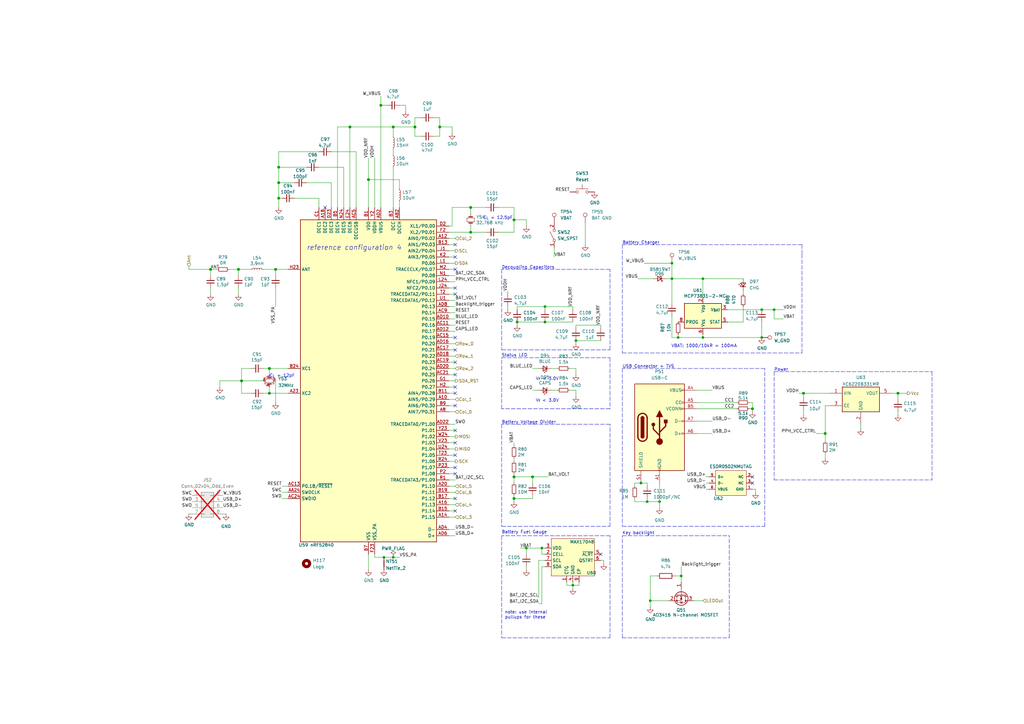
<source format=kicad_sch>
(kicad_sch (version 20250114) (generator "eeschema") (generator_version "9.0")
  (paper "A3")
  (text "Battery Charger" (at 255.27 100.33 0) (effects (font (size 1.27 1.27)) (justify left bottom)))
  (text "V_{f} < 3.0V" (at 219.71 156.21 0) (effects (font (size 1.27 1.27)) (justify left bottom)))
  (text "Status LED" (at 205.74 146.558 0) (effects (font (size 1.27 1.27)) (justify left bottom)))
  (text "VBAT: 1000/10kR = 100mA" (at 288.798 141.986 0) (effects (font (size 1.27 1.27))))
  (text "Key backlight" (at 255.27 219.456 0) (effects (font (size 1.27 1.27)) (justify left bottom)))
  (text "Battery Voltage Divider" (at 205.74 173.99 0) (effects (font (size 1.27 1.27)) (justify left bottom)))
  (text "C_{L} = 12.5pF" (at 198.12 90.17 0) (effects (font (size 1.27 1.27)) (justify left bottom)))
  (text "Battery Fuel Gauge" (at 205.74 219.075 0) (effects (font (size 1.27 1.27)) (justify left bottom)))
  (text "note: use internal\npullups for these" (at 207.01 254 0) (effects (font (size 1.27 1.27)) (justify left bottom)))
  (text "Power" (at 317.5 152.4 0) (effects (font (size 1.27 1.27)) (justify left bottom)))
  (text "USB Connector + TVS" (at 255.27 151.13 0) (effects (font (size 1.27 1.27)) (justify left bottom)))
  (text "V_{f} < 3.0V" (at 219.71 165.1 0) (effects (font (size 1.27 1.27)) (justify left bottom)))
  (text "reference configuration 4" (at 125.73 102.87 0) (effects (font (size 2 2) (italic yes)) (justify left bottom)))
  (text "Decoupling Capacitors" (at 205.74 110.49 0) (effects (font (size 1.27 1.27)) (justify left bottom)))
  (text "C_{L} = 12pF" (at 110.49 154.94 0) (effects (font (size 1.27 1.27)) (justify left bottom)))
  (junction (at 275.59 114.3))
  (junction (at 180.34 52.07) (diameter 1.016))
  (junction (at 317.5 127))
  (junction (at 275.59 107.95))
  (junction (at 288.29 114.3))
  (junction (at 338.455 177.8) (diameter 1.016))
  (junction (at 212.09 132.08))
  (junction (at 266.7 246.38))
  (junction (at 157.48 228.6))
  (junction (at 218.44 195.58) (diameter 1.016))
  (junction (at 308.61 167.64) (diameter 1.016))
  (junction (at 368.3 161.29) (diameter 1.016))
  (junction (at 161.29 52.07) (diameter 1.016))
  (junction (at 265.43 205.74))
  (junction (at 113.03 110.49) (diameter 1.016))
  (junction (at 270.51 205.74))
  (junction (at 97.79 110.49) (diameter 1.016))
  (junction (at 86.36 110.49) (diameter 1.016))
  (junction (at 312.42 138.43))
  (junction (at 329.565 161.29) (diameter 1.016))
  (junction (at 114.3 68.58) (diameter 1.016))
  (junction (at 161.29 228.6))
  (junction (at 143.51 52.07) (diameter 1.016))
  (junction (at 278.13 138.43))
  (junction (at 114.3 74.93) (diameter 1.016))
  (junction (at 151.13 73.66) (diameter 1.016))
  (junction (at 236.22 139.7))
  (junction (at 222.25 224.79))
  (junction (at 193.04 85.09) (diameter 1.016))
  (junction (at 210.82 204.47) (diameter 1.016))
  (junction (at 110.49 161.29) (diameter 1.016))
  (junction (at 312.42 127))
  (junction (at 279.4 236.22))
  (junction (at 114.3 81.28) (diameter 1.016))
  (junction (at 262.89 198.12))
  (junction (at 288.29 138.43))
  (junction (at 193.04 95.25) (diameter 1.016))
  (junction (at 223.52 125.73))
  (junction (at 110.49 151.13) (diameter 1.016))
  (junction (at 210.82 90.17) (diameter 1.016))
  (junction (at 210.82 195.58) (diameter 1.016))
  (junction (at 215.9 224.79))
  (junction (at 156.21 43.18) (diameter 1.016))
  (junction (at 170.18 52.07) (diameter 1.016))
  (junction (at 99.06 156.21) (diameter 1.016))
  (junction (at 234.95 240.03))
  (junction (at 223.52 132.08))
  (no_connect (at 186.69 118.11))
  (no_connect (at 186.69 143.51))
  (no_connect (at 186.69 176.53))
  (no_connect (at 186.69 209.55))
  (no_connect (at 186.69 181.61))
  (no_connect (at 186.69 120.65))
  (no_connect (at 186.69 204.47))
  (no_connect (at 186.69 161.29))
  (no_connect (at 186.69 158.75))
  (no_connect (at 186.69 194.31))
  (no_connect (at 186.69 153.67))
  (no_connect (at 308.61 195.58))
  (no_connect (at 186.69 166.37))
  (no_connect (at 186.69 148.59))
  (no_connect (at 186.69 138.43))
  (no_connect (at 186.69 186.69))
  (no_connect (at 308.61 198.12))
  (no_connect (at 246.38 227.33))
  (no_connect (at 186.69 191.77))
  (no_connect (at 186.69 110.49))
  (no_connect (at 133.35 85.09))
  (no_connect (at 186.69 100.33))
  (no_connect (at 186.69 105.41))
  (polyline (pts (xy 205.74 143.51) (xy 250.19 143.51)) (stroke (width 0) (type dash)))
  (wire (pts (xy 151.13 73.66) (xy 151.13 85.09)))
  (wire (pts (xy 186.69 140.97) (xy 184.15 140.97)))
  (polyline (pts (xy 299.085 261.62) (xy 299.085 219.71)) (stroke (width 0) (type dash)))
  (wire (pts (xy 185.42 52.07) (xy 185.42 54.61)))
  (wire (pts (xy 115.57 199.39) (xy 118.11 199.39)))
  (wire (pts (xy 153.67 64.77) (xy 153.67 85.09)))
  (wire (pts (xy 77.47 109.22) (xy 77.47 110.49)))
  (polyline (pts (xy 317.5 196.85) (xy 382.27 196.85)) (stroke (width 0) (type dash)))
  (wire (pts (xy 273.05 114.3) (xy 275.59 114.3)))
  (polyline (pts (xy 255.27 144.78) (xy 328.93 144.78)) (stroke (width 0) (type dash)))
  (wire (pts (xy 110.49 161.29) (xy 118.11 161.29)))
  (polyline (pts (xy 250.19 261.62) (xy 250.19 219.71)) (stroke (width 0) (type dash)))
  (wire (pts (xy 284.48 246.38) (xy 288.29 246.38)))
  (wire (pts (xy 113.03 156.21) (xy 113.03 165.1)))
  (wire (pts (xy 237.49 240.03) (xy 237.49 238.76)))
  (wire (pts (xy 161.29 228.6) (xy 163.83 228.6)))
  (polyline (pts (xy 255.27 261.62) (xy 255.27 219.71)) (stroke (width 0) (type dash)))
  (polyline (pts (xy 255.27 100.33) (xy 288.29 100.33)) (stroke (width 0) (type dash)))
  (wire (pts (xy 210.82 95.25) (xy 204.47 95.25)))
  (wire (pts (xy 99.06 161.29) (xy 99.06 156.21)))
  (wire (pts (xy 193.04 87.63) (xy 193.04 85.09)))
  (wire (pts (xy 212.09 132.08) (xy 223.52 132.08)))
  (wire (pts (xy 118.11 201.93) (xy 115.57 201.93)))
  (polyline (pts (xy 317.5 152.4) (xy 382.27 152.4)) (stroke (width 0) (type dash)))
  (wire (pts (xy 288.29 114.3) (xy 304.8 114.3)))
  (wire (pts (xy 222.25 224.79) (xy 223.52 224.79)))
  (wire (pts (xy 234.95 240.03) (xy 237.49 240.03)))
  (wire (pts (xy 210.82 90.17) (xy 215.9 90.17)))
  (polyline (pts (xy 205.74 219.71) (xy 205.74 261.62)) (stroke (width 0) (type dash)))
  (wire (pts (xy 186.69 184.15) (xy 184.15 184.15)))
  (polyline (pts (xy 250.19 173.99) (xy 205.74 173.99)) (stroke (width 0) (type dash)))
  (wire (pts (xy 262.89 198.12) (xy 265.43 198.12)))
  (wire (pts (xy 338.455 186.055) (xy 338.455 187.96)))
  (wire (pts (xy 185.42 85.09) (xy 193.04 85.09)))
  (wire (pts (xy 260.35 199.39) (xy 260.35 198.12)))
  (wire (pts (xy 140.97 68.58) (xy 140.97 85.09)))
  (wire (pts (xy 288.29 138.43) (xy 312.42 138.43)))
  (wire (pts (xy 285.75 177.8) (xy 292.1 177.8)))
  (wire (pts (xy 226.06 151.13) (xy 228.6 151.13)))
  (wire (pts (xy 186.69 179.07) (xy 184.15 179.07)))
  (wire (pts (xy 186.69 146.05) (xy 184.15 146.05)))
  (wire (pts (xy 114.3 81.28) (xy 115.57 81.28)))
  (wire (pts (xy 338.455 166.37) (xy 340.36 166.37)))
  (wire (pts (xy 158.75 43.18) (xy 156.21 43.18)))
  (wire (pts (xy 210.82 181.61) (xy 210.82 182.88)))
  (wire (pts (xy 186.69 113.03) (xy 184.15 113.03)))
  (wire (pts (xy 275.59 129.54) (xy 275.59 138.43)))
  (wire (pts (xy 156.21 85.09) (xy 156.21 43.18)))
  (wire (pts (xy 246.38 229.87) (xy 247.65 229.87)))
  (wire (pts (xy 118.11 151.13) (xy 110.49 151.13)))
  (polyline (pts (xy 328.93 100.33) (xy 328.93 104.14)) (stroke (width 0) (type dash)))
  (wire (pts (xy 232.41 240.03) (xy 232.41 238.76)))
  (wire (pts (xy 204.47 85.09) (xy 210.82 85.09)))
  (wire (pts (xy 285.75 172.72) (xy 292.1 172.72)))
  (polyline (pts (xy 250.19 219.71) (xy 205.74 219.71)) (stroke (width 0) (type dash)))
  (polyline (pts (xy 328.93 100.33) (xy 328.93 100.33)) (stroke (width 0) (type dash)))
  (wire (pts (xy 266.7 246.38) (xy 274.32 246.38)))
  (wire (pts (xy 260.35 198.12) (xy 262.89 198.12)))
  (wire (pts (xy 220.98 229.87) (xy 220.98 245.11)))
  (polyline (pts (xy 205.74 110.49) (xy 205.74 143.51)) (stroke (width 0) (type dash)))
  (wire (pts (xy 308.61 167.64) (xy 308.61 168.91)))
  (wire (pts (xy 193.04 95.25) (xy 193.04 92.71)))
  (wire (pts (xy 186.69 153.67) (xy 184.15 153.67)))
  (wire (pts (xy 86.36 113.03) (xy 86.36 110.49)))
  (wire (pts (xy 114.3 68.58) (xy 125.73 68.58)))
  (wire (pts (xy 186.69 204.47) (xy 184.15 204.47)))
  (polyline (pts (xy 205.74 167.64) (xy 205.74 146.685)) (stroke (width 0) (type dash)))
  (wire (pts (xy 184.15 130.81) (xy 186.69 130.81)))
  (wire (pts (xy 236.22 134.62) (xy 236.22 133.35)))
  (wire (pts (xy 278.13 138.43) (xy 288.29 138.43)))
  (wire (pts (xy 114.3 62.23) (xy 130.81 62.23)))
  (wire (pts (xy 186.69 191.77) (xy 184.15 191.77)))
  (wire (pts (xy 138.43 52.07) (xy 143.51 52.07)))
  (wire (pts (xy 177.8 48.26) (xy 180.34 48.26)))
  (wire (pts (xy 143.51 85.09) (xy 143.51 52.07)))
  (wire (pts (xy 186.69 196.85) (xy 184.15 196.85)))
  (wire (pts (xy 97.79 110.49) (xy 97.79 113.03)))
  (wire (pts (xy 151.13 64.77) (xy 151.13 73.66)))
  (wire (pts (xy 240.03 100.33) (xy 240.03 91.44)))
  (wire (pts (xy 213.36 224.79) (xy 215.9 224.79)))
  (wire (pts (xy 223.52 125.73) (xy 234.95 125.73)))
  (polyline (pts (xy 205.74 215.9) (xy 250.19 215.9)) (stroke (width 0) (type dash)))
  (wire (pts (xy 153.67 228.6) (xy 153.67 227.33)))
  (wire (pts (xy 304.8 132.08) (xy 298.45 132.08)))
  (wire (pts (xy 185.42 92.71) (xy 185.42 85.09)))
  (wire (pts (xy 307.34 167.64) (xy 308.61 167.64)))
  (wire (pts (xy 285.75 167.64) (xy 302.26 167.64)))
  (wire (pts (xy 92.71 210.82) (xy 91.44 210.82)))
  (wire (pts (xy 265.43 205.74) (xy 270.51 205.74)))
  (wire (pts (xy 338.455 177.8) (xy 338.455 166.37)))
  (wire (pts (xy 186.69 148.59) (xy 184.15 148.59)))
  (wire (pts (xy 186.69 219.71) (xy 184.15 219.71)))
  (wire (pts (xy 99.06 156.21) (xy 99.06 151.13)))
  (wire (pts (xy 270.51 208.28) (xy 270.51 205.74)))
  (wire (pts (xy 90.17 156.21) (xy 90.17 158.75)))
  (wire (pts (xy 186.69 163.83) (xy 184.15 163.83)))
  (polyline (pts (xy 255.27 100.33) (xy 255.27 144.78)) (stroke (width 0) (type dash)))
  (wire (pts (xy 177.8 55.88) (xy 180.34 55.88)))
  (wire (pts (xy 218.44 204.47) (xy 218.44 203.2)))
  (wire (pts (xy 304.8 125.73) (xy 304.8 132.08)))
  (polyline (pts (xy 255.27 219.71) (xy 299.085 219.71)) (stroke (width 0) (type dash)))
  (wire (pts (xy 184.15 199.39) (xy 186.69 199.39)))
  (wire (pts (xy 163.83 43.18) (xy 166.37 43.18)))
  (wire (pts (xy 114.3 74.93) (xy 120.65 74.93)))
  (wire (pts (xy 321.31 130.81) (xy 317.5 130.81)))
  (wire (pts (xy 368.3 168.91) (xy 368.3 170.18)))
  (wire (pts (xy 309.88 200.66) (xy 308.61 200.66)))
  (polyline (pts (xy 255.27 215.9) (xy 313.69 215.9)) (stroke (width 0) (type dash)))
  (wire (pts (xy 210.82 85.09) (xy 210.82 90.17)))
  (wire (pts (xy 261.62 114.3) (xy 267.97 114.3)))
  (wire (pts (xy 308.61 165.1) (xy 308.61 167.64)))
  (wire (pts (xy 86.36 118.11) (xy 86.36 120.65)))
  (wire (pts (xy 327.66 161.29) (xy 329.565 161.29)))
  (wire (pts (xy 218.44 195.58) (xy 224.79 195.58)))
  (wire (pts (xy 153.67 228.6) (xy 157.48 228.6)))
  (wire (pts (xy 77.47 110.49) (xy 86.36 110.49)))
  (wire (pts (xy 102.87 110.49) (xy 97.79 110.49)))
  (wire (pts (xy 289.56 198.12) (xy 290.83 198.12)))
  (wire (pts (xy 102.87 161.29) (xy 99.06 161.29)))
  (wire (pts (xy 180.34 48.26) (xy 180.34 52.07)))
  (wire (pts (xy 130.81 85.09) (xy 130.81 81.28)))
  (wire (pts (xy 186.69 110.49) (xy 184.15 110.49)))
  (wire (pts (xy 186.69 166.37) (xy 184.15 166.37)))
  (wire (pts (xy 110.49 151.13) (xy 107.95 151.13)))
  (wire (pts (xy 222.25 224.79) (xy 222.25 227.33)))
  (wire (pts (xy 334.645 177.8) (xy 338.455 177.8)))
  (wire (pts (xy 223.52 229.87) (xy 220.98 229.87)))
  (polyline (pts (xy 205.74 261.62) (xy 250.19 261.62)) (stroke (width 0) (type dash)))
  (wire (pts (xy 186.69 201.93) (xy 184.15 201.93)))
  (wire (pts (xy 161.29 68.58) (xy 161.29 85.09)))
  (wire (pts (xy 184.15 115.57) (xy 186.69 115.57)))
  (wire (pts (xy 161.29 52.07) (xy 170.18 52.07)))
  (wire (pts (xy 184.15 118.11) (xy 186.69 118.11)))
  (wire (pts (xy 114.3 62.23) (xy 114.3 68.58)))
  (wire (pts (xy 304.8 120.65) (xy 304.8 119.38)))
  (wire (pts (xy 135.89 62.23) (xy 146.05 62.23)))
  (wire (pts (xy 86.36 110.49) (xy 88.9 110.49)))
  (wire (pts (xy 156.21 43.18) (xy 156.21 39.37)))
  (wire (pts (xy 353.06 173.99) (xy 353.06 175.895)))
  (wire (pts (xy 186.69 138.43) (xy 184.15 138.43)))
  (polyline (pts (xy 255.27 261.62) (xy 299.085 261.62)) (stroke (width 0) (type dash)))
  (wire (pts (xy 77.47 210.82) (xy 78.74 210.82)))
  (wire (pts (xy 170.18 48.26) (xy 170.18 52.07)))
  (wire (pts (xy 186.69 207.01) (xy 184.15 207.01)))
  (wire (pts (xy 210.82 189.23) (xy 210.82 187.96)))
  (wire (pts (xy 151.13 227.33) (xy 151.13 233.68)))
  (wire (pts (xy 138.43 85.09) (xy 138.43 52.07)))
  (wire (pts (xy 163.83 82.55) (xy 163.83 85.09)))
  (wire (pts (xy 180.34 55.88) (xy 180.34 52.07)))
  (wire (pts (xy 193.04 85.09) (xy 199.39 85.09)))
  (wire (pts (xy 312.42 132.08) (xy 312.42 138.43)))
  (wire (pts (xy 236.22 139.7) (xy 246.38 139.7)))
  (wire (pts (xy 329.565 161.29) (xy 329.565 163.195)))
  (wire (pts (xy 114.3 68.58) (xy 114.3 74.93)))
  (wire (pts (xy 113.03 110.49) (xy 113.03 113.03)))
  (wire (pts (xy 184.15 107.95) (xy 186.69 107.95)))
  (wire (pts (xy 236.22 160.02) (xy 236.22 162.56)))
  (wire (pts (xy 275.59 138.43) (xy 278.13 138.43)))
  (wire (pts (xy 269.24 236.22) (xy 266.7 236.22)))
  (wire (pts (xy 99.06 156.21) (xy 90.17 156.21)))
  (wire (pts (xy 110.49 158.75) (xy 110.49 161.29)))
  (wire (pts (xy 260.35 204.47) (xy 260.35 205.74)))
  (wire (pts (xy 307.34 165.1) (xy 308.61 165.1)))
  (wire (pts (xy 279.4 232.41) (xy 279.4 236.22)))
  (wire (pts (xy 99.06 151.13) (xy 102.87 151.13)))
  (wire (pts (xy 298.45 127) (xy 312.42 127)))
  (wire (pts (xy 163.83 73.66) (xy 151.13 73.66)))
  (wire (pts (xy 210.82 90.17) (xy 210.82 95.25)))
  (wire (pts (xy 186.69 189.23) (xy 184.15 189.23)))
  (wire (pts (xy 146.05 62.23) (xy 146.05 85.09)))
  (wire (pts (xy 97.79 118.11) (xy 97.79 120.65)))
  (wire (pts (xy 234.95 240.03) (xy 232.41 240.03)))
  (polyline (pts (xy 313.69 151.13) (xy 255.27 151.13)) (stroke (width 0) (type dash)))
  (wire (pts (xy 186.69 120.65) (xy 184.15 120.65)))
  (wire (pts (xy 279.4 236.22) (xy 279.4 238.76)))
  (wire (pts (xy 215.9 224.79) (xy 215.9 227.33)))
  (wire (pts (xy 220.98 247.65) (xy 222.25 247.65)))
  (wire (pts (xy 212.09 132.08) (xy 212.09 133.35)))
  (polyline (pts (xy 250.19 146.685) (xy 250.19 167.64)) (stroke (width 0) (type dash)))
  (wire (pts (xy 329.565 168.275) (xy 329.565 170.18)))
  (wire (pts (xy 184.15 92.71) (xy 185.42 92.71)))
  (wire (pts (xy 223.52 125.73) (xy 223.52 127)))
  (wire (pts (xy 288.29 138.43) (xy 288.29 137.16)))
  (wire (pts (xy 372.11 161.29) (xy 368.3 161.29)))
  (wire (pts (xy 338.455 177.8) (xy 338.455 180.975)))
  (wire (pts (xy 236.22 133.35) (xy 246.38 133.35)))
  (wire (pts (xy 170.18 52.07) (xy 170.18 55.88)))
  (wire (pts (xy 275.59 107.95) (xy 275.59 114.3)))
  (wire (pts (xy 276.86 236.22) (xy 279.4 236.22)))
  (wire (pts (xy 218.44 160.02) (xy 220.98 160.02)))
  (wire (pts (xy 184.15 217.17) (xy 186.69 217.17)))
  (wire (pts (xy 218.44 151.13) (xy 220.98 151.13)))
  (wire (pts (xy 184.15 125.73) (xy 186.69 125.73)))
  (wire (pts (xy 289.56 200.66) (xy 290.83 200.66)))
  (wire (pts (xy 275.59 114.3) (xy 288.29 114.3)))
  (wire (pts (xy 233.68 160.02) (xy 236.22 160.02)))
  (polyline (pts (xy 205.74 173.99) (xy 205.74 215.9)) (stroke (width 0) (type dash)))
  (wire (pts (xy 222.25 232.41) (xy 223.52 232.41)))
  (polyline (pts (xy 205.74 146.685) (xy 250.19 146.685)) (stroke (width 0) (type dash)))
  (wire (pts (xy 186.69 158.75) (xy 184.15 158.75)))
  (wire (pts (xy 186.69 212.09) (xy 184.15 212.09)))
  (wire (pts (xy 184.15 95.25) (xy 193.04 95.25)))
  (wire (pts (xy 186.69 100.33) (xy 184.15 100.33)))
  (wire (pts (xy 193.04 95.25) (xy 199.39 95.25)))
  (wire (pts (xy 115.57 204.47) (xy 118.11 204.47)))
  (wire (pts (xy 186.69 143.51) (xy 184.15 143.51)))
  (wire (pts (xy 184.15 123.19) (xy 186.69 123.19)))
  (wire (pts (xy 186.69 151.13) (xy 184.15 151.13)))
  (wire (pts (xy 107.95 110.49) (xy 113.03 110.49)))
  (wire (pts (xy 161.29 55.88) (xy 161.29 52.07)))
  (wire (pts (xy 222.25 227.33) (xy 223.52 227.33)))
  (wire (pts (xy 186.69 186.69) (xy 184.15 186.69)))
  (wire (pts (xy 223.52 132.08) (xy 234.95 132.08)))
  (wire (pts (xy 118.11 110.49) (xy 113.03 110.49)))
  (wire (pts (xy 317.5 127) (xy 321.31 127)))
  (wire (pts (xy 265.43 204.47) (xy 265.43 205.74)))
  (wire (pts (xy 368.3 161.29) (xy 368.3 163.83)))
  (polyline (pts (xy 382.27 152.4) (xy 382.27 196.85)) (stroke (width 0) (type dash)))
  (wire (pts (xy 107.95 156.21) (xy 99.06 156.21)))
  (wire (pts (xy 270.51 205.74) (xy 270.51 198.12)))
  (wire (pts (xy 222.25 232.41) (xy 222.25 247.65)))
  (wire (pts (xy 365.76 161.29) (xy 368.3 161.29)))
  (wire (pts (xy 184.15 176.53) (xy 186.69 176.53)))
  (wire (pts (xy 186.69 209.55) (xy 184.15 209.55)))
  (wire (pts (xy 288.29 114.3) (xy 288.29 121.92)))
  (wire (pts (xy 180.34 52.07) (xy 185.42 52.07)))
  (wire (pts (xy 210.82 204.47) (xy 210.82 205.74)))
  (wire (pts (xy 212.09 125.73) (xy 223.52 125.73)))
  (wire (pts (xy 114.3 74.93) (xy 114.3 81.28)))
  (wire (pts (xy 208.28 119.38) (xy 208.28 120.65)))
  (wire (pts (xy 113.03 118.11) (xy 113.03 125.73)))
  (wire (pts (xy 329.565 161.29) (xy 340.36 161.29)))
  (wire (pts (xy 110.49 151.13) (xy 110.49 153.67)))
  (polyline (pts (xy 328.93 144.78) (xy 328.93 104.14)) (stroke (width 0) (type dash)))
  (wire (pts (xy 266.7 246.38) (xy 266.7 248.92)))
  (wire (pts (xy 186.69 128.27) (xy 184.15 128.27)))
  (polyline (pts (xy 317.5 152.4) (xy 317.5 196.85)) (stroke (width 0) (type dash)))
  (wire (pts (xy 264.16 107.95) (xy 275.59 107.95)))
  (wire (pts (xy 234.95 240.03) (xy 234.95 241.3)))
  (wire (pts (xy 110.49 161.29) (xy 107.95 161.29)))
  (wire (pts (xy 246.38 133.35) (xy 246.38 134.62)))
  (wire (pts (xy 212.09 127) (xy 212.09 125.73)))
  (wire (pts (xy 114.3 81.28) (xy 114.3 85.09)))
  (wire (pts (xy 285.75 160.02) (xy 292.1 160.02)))
  (wire (pts (xy 215.9 90.17) (xy 215.9 92.71)))
  (polyline (pts (xy 250.19 215.9) (xy 250.19 173.99)) (stroke (width 0) (type dash)))
  (wire (pts (xy 143.51 52.07) (xy 161.29 52.07)))
  (polyline (pts (xy 328.93 100.33) (xy 288.29 100.33)) (stroke (width 0) (type dash)))
  (polyline (pts (xy 313.69 215.9) (xy 313.69 151.13)) (stroke (width 0) (type dash)))
  (wire (pts (xy 130.81 68.58) (xy 140.97 68.58)))
  (wire (pts (xy 226.06 160.02) (xy 228.6 160.02)))
  (wire (pts (xy 266.7 236.22) (xy 266.7 246.38)))
  (wire (pts (xy 210.82 195.58) (xy 218.44 195.58)))
  (wire (pts (xy 184.15 133.35) (xy 186.69 133.35)))
  (wire (pts (xy 275.59 124.46) (xy 275.59 114.3)))
  (wire (pts (xy 135.89 74.93) (xy 135.89 85.09)))
  (wire (pts (xy 93.98 110.49) (xy 97.79 110.49)))
  (wire (pts (xy 161.29 63.5) (xy 161.29 60.96)))
  (wire (pts (xy 186.69 168.91) (xy 184.15 168.91)))
  (wire (pts (xy 247.65 229.87) (xy 247.65 231.14)))
  (wire (pts (xy 236.22 139.7) (xy 236.22 140.97)))
  (wire (pts (xy 184.15 135.89) (xy 186.69 135.89)))
  (wire (pts (xy 233.68 151.13) (xy 236.22 151.13)))
  (wire (pts (xy 215.9 224.79) (xy 222.25 224.79)))
  (wire (pts (xy 312.42 127) (xy 317.5 127)))
  (wire (pts (xy 289.56 195.58) (xy 290.83 195.58)))
  (wire (pts (xy 218.44 195.58) (xy 218.44 198.12)))
  (wire (pts (xy 210.82 203.2) (xy 210.82 204.47)))
  (wire (pts (xy 210.82 194.31) (xy 210.82 195.58)))
  (polyline (pts (xy 250.19 167.64) (xy 205.74 167.64)) (stroke (width 0) (type dash)))
  (wire (pts (xy 317.5 130.81) (xy 317.5 127)))
  (wire (pts (xy 170.18 48.26) (xy 172.72 48.26)))
  (wire (pts (xy 172.72 55.88) (xy 170.18 55.88)))
  (polyline (pts (xy 255.27 151.13) (xy 255.27 215.9)) (stroke (width 0) (type dash)))
  (wire (pts (xy 186.69 102.87) (xy 184.15 102.87)))
  (wire (pts (xy 125.73 74.93) (xy 135.89 74.93)))
  (wire (pts (xy 236.22 151.13) (xy 236.22 153.67)))
  (wire (pts (xy 227.33 105.41) (xy 227.33 101.6)))
  (wire (pts (xy 120.65 81.28) (xy 130.81 81.28)))
  (wire (pts (xy 186.69 156.21) (xy 184.15 156.21)))
  (wire (pts (xy 278.13 138.43) (xy 278.13 137.16)))
  (wire (pts (xy 260.35 205.74) (xy 265.43 205.74)))
  (wire (pts (xy 163.83 77.47) (xy 163.83 73.66)))
  (wire (pts (xy 265.43 198.12) (xy 265.43 199.39)))
  (wire (pts (xy 215.9 232.41) (xy 215.9 233.68)))
  (wire (pts (xy 186.69 181.61) (xy 184.15 181.61)))
  (wire (pts (xy 184.15 97.79) (xy 186.69 97.79)))
  (wire (pts (xy 234.95 238.76) (xy 234.95 240.03)))
  (polyline (pts (xy 250.19 110.49) (xy 205.74 110.49)) (stroke (width 0) (type dash)))
  (wire (pts (xy 210.82 195.58) (xy 210.82 198.12)))
  (wire (pts (xy 186.69 105.41) (xy 184.15 105.41)))
  (wire (pts (xy 186.69 161.29) (xy 184.15 161.29)))
  (polyline (pts (xy 250.19 143.51) (xy 250.19 110.49)) (stroke (width 0) (type dash)))
  (wire (pts (xy 208.28 125.73) (xy 208.28 127)))
  (wire (pts (xy 210.82 204.47) (xy 218.44 204.47)))
  (wire (pts (xy 309.88 201.93) (xy 309.88 200.66)))
  (wire (pts (xy 166.37 43.18) (xy 166.37 45.72)))
  (wire (pts (xy 186.69 194.31) (xy 184.15 194.31)))
  (wire (pts (xy 157.48 228.6) (xy 161.29 228.6)))
  (wire (pts (xy 234.95 125.73) (xy 234.95 127)))
  (wire (pts (xy 186.69 173.99) (xy 184.15 173.99)))
  (wire (pts (xy 285.75 165.1) (xy 302.26 165.1)))
  (label "VSS_PA" (at 113.03 125.73 270))
  (label "VDD_NRF" (at 246.38 133.35 90))
  (label "USB_D-" (at 186.69 217.17 0))
  (label "RESET" (at 233.68 78.74 180))
  (label "BLUE_LED" (at 186.69 130.81 0))
  (label "BAT_I2C_SCL" (at 186.69 196.85 0))
  (label "SWD" (at 115.57 204.47 180))
  (label "VDD_NRF" (at 151.13 64.77 90))
  (label "PPH_VCC_CTRL" (at 186.69 115.57 0))
  (label "BLUE_LED" (at 218.44 151.13 180))
  (label "CC2" (at 297.18 167.64 0))
  (label "VDDH" (at 321.31 127 0))
  (label "Backlight_trigger" (at 279.4 232.41 0))
  (label "W_VBUS" (at 156.21 39.37 180))
  (label "RESET" (at 186.69 133.35 0))
  (label "VDDH" (at 208.28 119.38 90))
  (label "VDD_NRF" (at 234.95 125.73 90))
  (label "VDDH" (at 327.66 161.29 180))
  (label "RESET" (at 115.57 199.39 180))
  (label "SWC" (at 115.57 201.93 180))
  (label "SWO" (at 78.74 208.28 180))
  (label "USB_D+" (at 186.69 219.71 0))
  (label "USB_D+" (at 292.1 177.8 0))
  (label "USB_D-" (at 91.44 208.28 0))
  (label "USB_D-" (at 289.56 198.12 180))
  (label "CAPS_LED" (at 186.69 135.89 0))
  (label "CAPS_LED" (at 218.44 160.02 180))
  (label "USB_D+" (at 91.44 205.74 0))
  (label "W_VBUS" (at 91.44 203.2 0))
  (label "VBUS" (at 292.1 160.02 0))
  (label "PPH_VCC_CTRL" (at 334.645 177.8 180))
  (label "W_VBUS" (at 264.16 107.95 180))
  (label "CC1" (at 297.18 165.1 0))
  (label "VDDH" (at 153.67 64.77 90))
  (label "ANT" (at 86.36 110.49 0))
  (label "VBUS" (at 289.56 200.66 180))
  (label "USB_D-" (at 292.1 172.72 0))
  (label "VBUS" (at 261.62 114.3 180))
  (label "BAT_I2C_SCL" (at 220.98 245.11 180))
  (label "BAT_VOLT" (at 186.69 123.19 0))
  (label "SWC" (at 78.74 203.2 180))
  (label "BAT_I2C_SDA" (at 220.98 247.65 180))
  (label "SWO" (at 186.69 173.99 0))
  (label "Backlight_trigger" (at 186.69 125.73 0))
  (label "VBAT" (at 321.31 130.81 0))
  (label "BAT_VOLT" (at 224.79 195.58 0))
  (label "VBAT" (at 227.33 105.41 0))
  (label "VBAT" (at 213.36 224.79 0))
  (label "RESET" (at 186.69 128.27 0))
  (label "BAT_I2C_SDA" (at 186.69 113.03 0))
  (label "SWD" (at 78.74 205.74 180))
  (label "VSS_PA" (at 163.83 228.6 0))
  (label "USB_D+" (at 289.56 195.58 180))
  (label "VBAT" (at 210.82 181.61 90))
  (hierarchical_label "Col_5" (shape input) (at 186.69 199.39 0))
  (hierarchical_label "Vcc" (shape output) (at 372.11 161.29 0))
  (hierarchical_label "Ant" (shape input) (at 77.47 109.22 90))
  (hierarchical_label "SCL" (shape output) (at 186.69 102.87 0))
  (hierarchical_label "Row_2" (shape input) (at 186.69 151.13 0))
  (hierarchical_label "Row_1" (shape input) (at 186.69 146.05 0))
  (hierarchical_label "SDA" (shape output) (at 186.69 107.95 0))
  (hierarchical_label "MISO" (shape output) (at 186.69 184.15 0))
  (hierarchical_label "SDA_RST" (shape output) (at 186.69 156.21 0))
  (hierarchical_label "Row_0" (shape input) (at 186.69 140.97 0))
  (hierarchical_label "Col_2" (shape input) (at 186.69 97.79 0))
  (hierarchical_label "Col_4" (shape input) (at 186.69 207.01 0))
  (hierarchical_label "MOSI" (shape output) (at 186.69 179.07 0))
  (hierarchical_label "Col_3" (shape input) (at 186.69 212.09 0))
  (hierarchical_label "Col_6" (shape input) (at 186.69 201.93 0))
  (hierarchical_label "Col_0" (shape input) (at 186.69 168.91 0))
  (hierarchical_label "LEDOut" (shape input) (at 288.29 246.38 0))
  (hierarchical_label "Col_1" (shape input) (at 186.69 163.83 0))
  (hierarchical_label "SCK" (shape output) (at 186.69 189.23 0))
  (symbol (lib_id "Device:C_Small") (at 123.19 74.93 270) (unit 1)
    (property "Reference" "C68" (at 123.19 69.85 90))
    (property "Value" "100pF" (at 123.19 72.39 90))
    (property "Footprint" "Capacitor_SMD:C_0402_1005Metric" (effects (hide yes)))
    (property "Manufacturer Part" "CL05C101JB5NNNC" (effects (hide yes)))
    (property "LCSC" "C1546" (effects (hide yes)))
    (instances (project "pipar_point" (path "" (reference "C95") (unit 1)) (path "" (reference "C68") (unit 1))))
  )
  (symbol (lib_id "Device:C_Small") (at 118.11 81.28 270) (unit 1)
    (property "Reference" "C67" (at 118.11 76.2 90))
    (property "Value" "100nF" (at 118.11 78.74 90))
    (property "Footprint" "Capacitor_SMD:C_0402_1005Metric" (effects (hide yes)))
    (property "Manufacturer Part" "CL05B104KA5NNNC" (effects (hide yes)))
    (property "LCSC" "C307331" (effects (hide yes)))
    (instances (project "pipar_point" (path "" (reference "C94") (unit 1)) (path "" (reference "C67") (unit 1))))
  )
  (symbol (lib_id "Device:D_Schottky_Small") (at 270.51 114.3 180) (unit 1)
    (property "Reference" "D52" (at 270.51 112.268 0))
    (property "Value" "B5819WT" (at 270.764 110.49 0))
    (property "Footprint" "Diode_SMD:D_SOD-523" (effects (hide yes)))
    (property "Manufacturer Part" "PMEG4010CEJ" (effects (hide yes)))
    (property "LCSC" "C8598" (effects (hide yes)))
    (instances (project "pipar_point" (path "" (reference "D96") (unit 1)) (path "" (reference "D52") (unit 1))))
  )
  (symbol (lib_id "Device:L_Small") (at 161.29 58.42 0) (unit 1)
    (property "Reference" "L51" (at 162.5092 57.2516 0) (effects (justify left)))
    (property "Value" "15nH" (at 162.5092 59.563 0) (effects (justify left)))
    (property "Footprint" "Inductor_SMD:L_0402_1005Metric" (effects (hide yes)))
    (property "Manufacturer Part" "MLG1005S15NJT000" (effects (hide yes)))
    (property "LCSC" "C27143" (effects (hide yes)))
    (instances (project "pipar_point" (path "" (reference "L55") (unit 1)) (path "" (reference "L51") (unit 1))))
  )
  (symbol (lib_id "power:GND") (at 368.3 170.18 0) (unit 1)
    (property "Reference" "#PWR0130" (effects (hide yes)))
    (property "Value" "GND" (effects (hide yes)))
    (instances (project "pipar_point" (path "" (reference "#PWR0134") (unit 1)) (path "" (reference "#PWR0130") (unit 1))))
  )
  (symbol (lib_id "Device:LED_Small") (at 223.52 160.02 180) (unit 1)
    (property "Reference" "D51" (at 223.52 154.7622 0))
    (property "Value" "CAPS" (at 223.52 157.0736 0))
    (property "Footprint" "LED_SMD:LED_0603_1608Metric" (effects (hide yes)))
    (property "Manufacturer Part" "19-217/BHC-ZL1M2RY/3T" (effects (hide yes)))
    (property "LCSC" "C2290" (effects (hide yes)))
    (instances (project "pipar_point" (path "" (reference "D95") (unit 1)) (path "" (reference "D51") (unit 1))))
  )
  (symbol (lib_id "Connector:TestPoint") (at 240.03 91.44 0) (unit 1)
    (property "Reference" "TP51" (at 242.57 86.8679 0) (effects (justify left)))
    (property "Value" "BAT GND" (at 242.57 89.4079 0) (effects (justify left)))
    (property "Footprint" "TestPoint:TestPoint_Pad_2.5x2.5mm" (effects (hide yes)))
    (property "Description" "test point" (effects (hide yes)))
    (instances (project "pipar_point" (path "" (reference "TP55") (unit 1)) (path "" (reference "TP51") (unit 1))))
  )
  (symbol (lib_id "Device:C_Small") (at 275.59 127 0) (unit 1)
    (property "Reference" "C85" (at 268.986 125.73 0) (effects (justify left)))
    (property "Value" "4.7uF" (at 268.986 128.27 0) (effects (justify left)))
    (property "Footprint" "Capacitor_SMD:C_0402_1005Metric" (effects (hide yes)))
    (property "Manufacturer Part" "CL05A105KO5NNNC" (effects (hide yes)))
    (property "LCSC" "C52923" (effects (hide yes)))
    (instances (project "pipar_point" (path "" (reference "C112") (unit 1)) (path "" (reference "C85") (unit 1))))
  )
  (symbol (lib_id "Device:R_Small") (at 231.14 151.13 270) (unit 1)
    (property "Reference" "R70" (at 231.14 146.1516 90))
    (property "Value" "1.5k" (at 231.14 148.463 90))
    (property "Footprint" "Resistor_SMD:R_0402_1005Metric" (effects (hide yes)))
    (property "Manufacturer Part" "RC0402FR-071K5L" (effects (hide yes)))
    (property "LCSC" "C25867" (effects (hide yes)))
    (instances (project "pipar_point" (path "" (reference "R83") (unit 1)) (path "" (reference "R70") (unit 1))))
  )
  (symbol (lib_id "power:GND") (at 157.48 233.68 0) (unit 1)
    (property "Reference" "#PWR022" (effects (hide yes)))
    (property "Value" "GND" (at 157.607 238.0742 0))
    (instances (project "pipar_point" (path "" (reference "#PWR033") (unit 1)) (path "" (reference "#PWR022") (unit 1))))
  )
  (symbol (lib_name "GND_22") (lib_id "power:GND") (at 86.36 120.65 0) (unit 1)
    (property "Reference" "#PWR07" (effects (hide yes)))
    (property "Value" "GND" (at 86.487 125.0442 0))
    (instances (project "pipar_point" (path "" (reference "#PWR026") (unit 1)) (path "" (reference "#PWR07") (unit 1))))
  )
  (symbol (lib_name "GND_21") (lib_id "power:GND") (at 215.9 92.71 0) (unit 1)
    (property "Reference" "#PWR05" (effects (hide yes)))
    (property "Value" "GND" (at 216.027 97.1042 0))
    (instances (project "pipar_point" (path "" (reference "#PWR039") (unit 1)) (path "" (reference "#PWR05") (unit 1))))
  )
  (symbol (lib_id "mikoto:MAX17048") (at 234.95 228.6 0) (unit 1)
    (property "Reference" "U55" (at 242.57 234.95 0))
    (property "Value" "MAX17048" (at 238.76 222.25 0))
    (property "Footprint" "Package_DFN_QFN:TDFN-8-1EP_2x2mm_P0.5mm_EP0.8x1.2mm" (effects (hide yes)))
    (property "LCSC Part" "C2682616" (effects (hide yes)))
    (instances (project "pipar_point" (path "" (reference "U60") (unit 1)) (path "" (reference "U55") (unit 1))))
  )
  (symbol (lib_id "Device:NetTie_2") (at 157.48 231.14 270) (unit 1)
    (property "Reference" "NT50" (at 158.242 230.2315 90) (effects (justify left)))
    (property "Value" "NetTie_2" (at 158.242 233.0066 90) (effects (justify left)))
    (property "Footprint" "Mikoto:net-tie-2-tiny" (effects (hide yes)))
    (instances (project "pipar_point" (path "" (reference "NT51") (unit 1)) (path "" (reference "NT50") (unit 1))))
  )
  (symbol (lib_id "Device:C_Small") (at 218.44 200.66 180) (unit 1)
    (property "Reference" "C79" (at 220.7768 199.4916 0) (effects (justify right)))
    (property "Value" "10nF" (at 220.7768 201.803 0) (effects (justify right)))
    (property "Footprint" "Capacitor_SMD:C_0402_1005Metric" (effects (hide yes)))
    (property "Manufacturer Part" "CL05B103KB5NNNC" (effects (hide yes)))
    (property "LCSC" "C15195" (effects (hide yes)))
    (instances (project "pipar_point" (path "" (reference "C106") (unit 1)) (path "" (reference "C79") (unit 1))))
  )
  (symbol (lib_id "Device:C_Small") (at 212.09 129.54 180) (unit 1)
    (property "Reference" "C77" (at 214.63 128.2635 0) (effects (justify right)))
    (property "Value" "100nF" (at 214.63 130.8035 0) (effects (justify right)))
    (property "Footprint" "Capacitor_SMD:C_0402_1005Metric" (effects (hide yes)))
    (property "Manufacturer Part" "CL05B104KA5NNNC" (effects (hide yes)))
    (property "LCSC" "C307331" (effects (hide yes)))
    (instances (project "pipar_point" (path "" (reference "C104") (unit 1)) (path "" (reference "C77") (unit 1))))
  )
  (symbol (lib_id "Device:LED_Small") (at 304.8 116.84 90) (unit 1)
    (property "Reference" "D53" (at 307.34 115.5064 90) (effects (justify right)))
    (property "Value" "CHG" (at 307.34 118.0464 90) (effects (justify right)))
    (property "Footprint" "LED_SMD:LED_0603_1608Metric" (effects (hide yes)))
    (property "Manufacturer Part" "19-217/S2C-AQ1R1B/3T" (effects (hide yes)))
    (property "LCSC" "C72038" (effects (hide yes)))
    (instances (project "pipar_point" (path "" (reference "D97") (unit 1)) (path "" (reference "D53") (unit 1))))
  )
  (symbol (lib_id "Device:Q_NMOS_GSD") (at 279.4 243.84 270) (unit 1)
    (property "Reference" "Q50" (at 279.4 250.19 90))
    (property "Value" "AO3416 N-channel MOSFET" (at 281.178 252.222 90))
    (property "Footprint" "Package_TO_SOT_SMD:SOT-23" (effects (hide yes)))
    (property "LCSC Part Number" "C479060" (effects (hide yes)))
    (property "MPN" "AO3416" (effects (hide yes)))
    (instances (project "pipar_point" (path "" (reference "Q51") (unit 1)) (path "" (reference "Q50") (unit 1))))
  )
  (symbol (lib_name "GND_20") (lib_id "power:GND") (at 309.88 201.93 0) (unit 1)
    (property "Reference" "#PWR018" (effects (hide yes)))
    (property "Value" "GND" (at 310.007 206.3242 0))
    (instances (project "pipar_point" (path "" (reference "#PWR058") (unit 1)) (path "" (reference "#PWR018") (unit 1))))
  )
  (symbol (lib_id "Connector_Generic:Conn_02x04_Odd_Even") (at 83.82 205.74 0) (unit 1) (in_bom no) (dnp yes)
    (property "Reference" "J51" (at 85.09 196.85 0))
    (property "Value" "Conn_02x04_Odd_Even" (at 85.09 199.39 0))
    (property "Footprint" "Connector_PinHeader_2.54mm:PinHeader_2x04_P2.54mm_Vertical_SMD" (effects (hide yes)))
    (property "Description" "Generic connector, double row, 02x04, odd/even pin numbering scheme (row 1 odd numbers, row 2 even numbers), script generated (kicad-library-utils/schlib/autogen/connector/)" (effects (hide yes)))
    (instances (project "pipar_point" (path "" (reference "J52") (unit 1)) (path "" (reference "J51") (unit 1))))
  )
  (symbol (lib_id "Device:C_Small") (at 368.3 166.37 180) (unit 1)
    (property "Reference" "C88" (at 370.6242 165.4615 0) (effects (justify right)))
    (property "Value" "4.7uF" (at 370.6242 168.2366 0) (effects (justify right)))
    (property "Footprint" "Capacitor_SMD:C_0402_1005Metric" (effects (hide yes)))
    (property "LCSC Part" "C23733" (effects (hide yes)))
    (property "Digikey" "1276-1784-1-ND" (effects (hide yes)))
    (property "Manufacturer Part" "CL05A475KP5NRNC" (effects (hide yes)))
    (property "JLC Part" "C23733" (effects (hide yes)))
    (instances (project "pipar_point" (path "" (reference "C115") (unit 1)) (path "" (reference "C88") (unit 1))))
  )
  (symbol (lib_id "Battery_Management:MCP73831-2-MC") (at 288.29 129.54 0) (unit 1)
    (property "Reference" "U56" (at 284.226 119.126 0) (effects (justify left)))
    (property "Value" "MCP73831-2-MC" (at 280.416 121.412 0) (effects (justify left)))
    (property "Footprint" "Package_DFN_QFN:DFN-8-1EP_3x2mm_P0.5mm_EP1.7x1.4mm" (effects (hide yes)))
    (property "Datasheet" "http://ww1.microchip.com/downloads/en/DeviceDoc/20001984g.pdf" (effects (hide yes)))
    (property "Description" "Single cell, Li-Ion/Li-Po charge management controller, 4.20V, Tri-State Status Output, in DFN-8 package" (effects (hide yes)))
    (instances (project "pipar_point" (path "" (reference "U61") (unit 1)) (path "" (reference "U56") (unit 1))))
  )
  (symbol (lib_id "Device:R_Small") (at 304.8 123.19 0) (unit 1)
    (property "Reference" "R75" (at 298.45 122.936 90))
    (property "Value" "470" (at 300.99 122.936 90))
    (property "Footprint" "Resistor_SMD:R_0402_1005Metric" (effects (hide yes)))
    (property "Manufacturer Part" "RC0402FR-0710KL" (effects (hide yes)))
    (property "LCSC" "C25744" (effects (hide yes)))
    (instances (project "pipar_point" (path "" (reference "R88") (unit 1)) (path "" (reference "R75") (unit 1))))
  )
  (symbol (lib_name "GND_14") (lib_id "power:GND") (at 312.42 138.43 0) (unit 1)
    (property "Reference" "#PWR060" (effects (hide yes)))
    (property "Value" "GND" (at 312.547 142.8242 0))
    (instances (project "pipar_point" (path "" (reference "#PWR065") (unit 1)) (path "" (reference "#PWR060") (unit 1))))
  )
  (symbol (lib_name "GND_19") (lib_id "power:GND") (at 185.42 54.61 0) (unit 1)
    (property "Reference" "#PWR02" (effects (hide yes)))
    (property "Value" "GND" (at 185.547 59.0042 0))
    (instances (project "pipar_point" (path "" (reference "#PWR035") (unit 1)) (path "" (reference "#PWR02") (unit 1))))
  )
  (symbol (lib_name "GND_18") (lib_id "power:GND") (at 113.03 165.1 0) (unit 1)
    (property "Reference" "#PWR015" (effects (hide yes)))
    (property "Value" "GND" (at 113.157 169.4942 0))
    (instances (project "pipar_point" (path "" (reference "#PWR030") (unit 1)) (path "" (reference "#PWR015") (unit 1))))
  )
  (symbol (lib_id "Device:LED_Small") (at 223.52 151.13 180) (unit 1)
    (property "Reference" "D50" (at 223.52 145.8722 0))
    (property "Value" "BLUE" (at 223.52 148.1836 0))
    (property "Footprint" "LED_SMD:LED_0603_1608Metric" (effects (hide yes)))
    (property "Manufacturer Part" "19-217/BHC-ZL1M2RY/3T" (effects (hide yes)))
    (property "LCSC" "C2290" (effects (hide yes)))
    (instances (project "pipar_point" (path "" (reference "D94") (unit 1)) (path "" (reference "D50") (unit 1))))
  )
  (symbol (lib_id "Device:C_Small") (at 223.52 129.54 180) (unit 1)
    (property "Reference" "C80" (at 226.06 128.2635 0) (effects (justify right)))
    (property "Value" "100nF" (at 226.06 130.8035 0) (effects (justify right)))
    (property "Footprint" "Capacitor_SMD:C_0402_1005Metric" (effects (hide yes)))
    (property "Manufacturer Part" "CL05B104KA5NNNC" (effects (hide yes)))
    (property "LCSC" "C307331" (effects (hide yes)))
    (instances (project "pipar_point" (path "" (reference "C107") (unit 1)) (path "" (reference "C80") (unit 1))))
  )
  (symbol (lib_name "GND_17") (lib_id "power:GND") (at 210.82 205.74 0) (unit 1)
    (property "Reference" "#PWR019" (effects (hide yes)))
    (property "Value" "GND" (at 210.947 210.1342 0))
    (instances (project "pipar_point" (path "" (reference "#PWR037") (unit 1)) (path "" (reference "#PWR019") (unit 1))))
  )
  (symbol (lib_id "power:GND") (at 247.65 231.14 0) (unit 1)
    (property "Reference" "#PWR048" (effects (hide yes)))
    (property "Value" "GND" (effects (hide yes)))
    (instances (project "pipar_point" (path "" (reference "#PWR056") (unit 1)) (path "" (reference "#PWR048") (unit 1))))
  )
  (symbol (lib_id "PCM_4ms_Resistor:10m_1206_250mW") (at 273.05 236.22 90) (unit 1)
    (property "Reference" "R73" (at 273.05 229.87 90))
    (property "Value" "4.7k" (at 273.05 232.41 90))
    (property "Footprint" "Resistor_SMD:R_0402_1005Metric_Pad0.72x0.64mm_HandSolder" (effects (hide yes)))
    (property "Description" "10mΩ, 10mOhm, Min. 250mW, 100PPM/C" (effects (hide yes)))
    (property "Specifications" "10mΩ, 10mOhm, Min. 250mW, 100PPM/C" (effects (hide yes)))
    (property "Manufacturer" "Yageo" (effects (hide yes)))
    (property "Part Number" "PF1206FRF070R01L" (effects (hide yes)))
    (property "Display" "10mΩ/250mW" (effects (hide yes)))
    (property "JLCPCB ID" "C127703" (effects (hide yes)))
    (instances (project "pipar_point" (path "" (reference "R86") (unit 1)) (path "" (reference "R73") (unit 1))))
  )
  (symbol (lib_id "Device:C_Small") (at 312.42 129.54 0) (unit 1)
    (property "Reference" "C86" (at 305.816 128.27 0) (effects (justify left)))
    (property "Value" "4.7uF" (at 305.816 130.81 0) (effects (justify left)))
    (property "Footprint" "Capacitor_SMD:C_0402_1005Metric" (effects (hide yes)))
    (property "Manufacturer Part" "CL05A105KO5NNNC" (effects (hide yes)))
    (property "LCSC" "C52923" (effects (hide yes)))
    (instances (project "pipar_point" (path "" (reference "C113") (unit 1)) (path "" (reference "C86") (unit 1))))
  )
  (symbol (lib_id "Device:C_Small") (at 175.26 55.88 270) (unit 1)
    (property "Reference" "C73" (at 175.26 59.3598 90))
    (property "Value" "47nF" (at 175.26 61.6712 90))
    (property "Footprint" "Capacitor_SMD:C_0402_1005Metric" (effects (hide yes)))
    (property "Manufacturer Part" "CL05B473KO5NNNC" (effects (hide yes)))
    (property "LCSC" "C272875" (effects (hide yes)))
    (instances (project "pipar_point" (path "" (reference "C100") (unit 1)) (path "" (reference "C73") (unit 1))))
  )
  (symbol (lib_id "Device:C_Small") (at 265.43 201.93 0) (unit 1)
    (property "Reference" "C84" (at 267.97 201.3013 0) (effects (justify left)))
    (property "Value" "1000pF/NC" (at 267.97 203.8413 0) (effects (justify left)))
    (property "Footprint" "Capacitor_SMD:C_0402_1005Metric" (effects (hide yes)))
    (property "Description" "Unpolarized capacitor, small symbol" (effects (hide yes)))
    (instances (project "pipar_point" (path "" (reference "C111") (unit 1)) (path "" (reference "C84") (unit 1))))
  )
  (symbol (lib_id "power:GND") (at 234.95 241.3 0) (unit 1)
    (property "Reference" "#PWR047" (effects (hide yes)))
    (property "Value" "GND" (effects (hide yes)))
    (instances (project "pipar_point" (path "" (reference "#PWR049") (unit 1)) (path "" (reference "#PWR047") (unit 1))))
  )
  (symbol (lib_name "GND_16") (lib_id "power:GND") (at 240.03 100.33 0) (unit 1)
    (property "Reference" "#PWR06" (effects (hide yes)))
    (property "Value" "GND" (at 240.157 104.7242 0))
    (instances (project "pipar_point" (path "" (reference "#PWR046") (unit 1)) (path "" (reference "#PWR06") (unit 1))))
  )
  (symbol (lib_id "Device:R_Small") (at 278.13 134.62 0) (unit 1)
    (property "Reference" "R74" (at 271.78 134.366 90))
    (property "Value" "10k" (at 274.32 134.366 90))
    (property "Footprint" "Resistor_SMD:R_0402_1005Metric" (effects (hide yes)))
    (property "Manufacturer Part" "RC0402FR-0710KL" (effects (hide yes)))
    (property "LCSC" "C25744" (effects (hide yes)))
    (instances (project "pipar_point" (path "" (reference "R87") (unit 1)) (path "" (reference "R74") (unit 1))))
  )
  (symbol (lib_id "Device:C_Small") (at 86.36 115.57 180) (unit 1)
    (property "Reference" "C62" (at 88.6968 114.4016 0) (effects (justify right)))
    (property "Value" "1.5pF" (at 88.6968 116.713 0) (effects (justify right)))
    (property "Footprint" "Capacitor_SMD:C_0402_1005Metric" (effects (hide yes)))
    (property "Manufacturer Part" "CL05C1R5CB5NNNC" (effects (hide yes)))
    (property "LCSC" "C1552" (effects (hide yes)))
    (instances (project "pipar_point" (path "" (reference "C89") (unit 1)) (path "" (reference "C62") (unit 1))))
  )
  (symbol (lib_id "Device:C_Small") (at 113.03 115.57 180) (unit 1)
    (property "Reference" "C66" (at 110.6932 114.4016 0) (effects (justify left)))
    (property "Value" "1pF" (at 110.6932 116.713 0) (effects (justify left)))
    (property "Footprint" "Capacitor_SMD:C_0402_1005Metric" (effects (hide yes)))
    (property "Manufacturer Part" "CL05C010CB5NNNC" (effects (hide yes)))
    (property "LCSC" "C1550" (effects (hide yes)))
    (instances (project "pipar_point" (path "" (reference "C93") (unit 1)) (path "" (reference "C66") (unit 1))))
  )
  (symbol (lib_name "GND_15") (lib_id "power:GND") (at 114.3 85.09 0) (unit 1)
    (property "Reference" "#PWR03" (effects (hide yes)))
    (property "Value" "GND" (at 114.427 89.4842 0))
    (instances (project "pipar_point" (path "" (reference "#PWR031") (unit 1)) (path "" (reference "#PWR03") (unit 1))))
  )
  (symbol (lib_id "Device:C_Small") (at 105.41 151.13 270) (unit 1)
    (property "Reference" "C64" (at 105.41 145.3134 90))
    (property "Value" "15pF" (at 105.41 147.6248 90))
    (property "Footprint" "Capacitor_SMD:C_0402_1005Metric" (effects (hide yes)))
    (property "Manufacturer Part" "CL05C150JB51PNC" (effects (hide yes)))
    (property "LCSC" "C1548" (effects (hide yes)))
    (instances (project "pipar_point" (path "" (reference "C91") (unit 1)) (path "" (reference "C64") (unit 1))))
  )
  (symbol (lib_id "mikoto:ESDR0502NMUTAG") (at 299.72 198.12 0) (unit 1)
    (property "Reference" "U57" (at 294.64 204.4404 0))
    (property "Value" "ESDR0502NMUTAG" (at 299.72 191.3405 0))
    (property "Footprint" "Mikoto:UDFN-6_1.2x1.0mm_P0.4mm" (effects (hide yes)))
    (property "Datasheet" "http://www.onsemi.cn/pub_link/Collateral/ESDR0502N-D.PDF" (effects (hide yes)))
    (property "Manufacturer Part" "ESDR0502NMUTBG" (effects (hide yes)))
    (property "LCSC" "C327480" (effects (hide yes)))
    (instances (project "pipar_point" (path "" (reference "U62") (unit 1)) (path "" (reference "U57") (unit 1))))
  )
  (symbol (lib_name "GND_13") (lib_id "power:GND") (at 308.61 168.91 0) (unit 1)
    (property "Reference" "#PWR016" (effects (hide yes)))
    (property "Value" "GND" (at 308.737 173.3042 0))
    (instances (project "pipar_point" (path "" (reference "#PWR057") (unit 1)) (path "" (reference "#PWR016") (unit 1))))
  )
  (symbol (lib_id "Device:C_Small") (at 236.22 137.16 180) (unit 1)
    (property "Reference" "C82" (at 233.045 135.8835 0) (effects (justify left)))
    (property "Value" "4.7uF" (at 233.045 138.4235 0) (effects (justify left)))
    (property "Footprint" "Capacitor_SMD:C_0402_1005Metric" (effects (hide yes)))
    (property "Manufacturer Part" "CL05A475KP5NRNC" (effects (hide yes)))
    (property "LCSC" "C23733" (effects (hide yes)))
    (instances (project "pipar_point" (path "" (reference "C109") (unit 1)) (path "" (reference "C82") (unit 1))))
  )
  (symbol (lib_id "Connector:TestPoint") (at 227.33 91.44 0) (unit 1)
    (property "Reference" "TP50" (at 229.87 86.8679 0) (effects (justify left)))
    (property "Value" "VBAT" (at 229.87 89.4079 0) (effects (justify left)))
    (property "Footprint" "TestPoint:TestPoint_Pad_2.5x2.5mm" (effects (hide yes)))
    (property "Description" "test point" (effects (hide yes)))
    (instances (project "pipar_point" (path "" (reference "TP54") (unit 1)) (path "" (reference "TP50") (unit 1))))
  )
  (symbol (lib_id "Device:C_Small") (at 329.565 165.735 180) (unit 1)
    (property "Reference" "C87" (at 331.8892 164.8265 0) (effects (justify right)))
    (property "Value" "10uF" (at 331.8892 167.6016 0) (effects (justify right)))
    (property "Footprint" "Capacitor_SMD:C_0603_1608Metric" (effects (hide yes)))
    (property "LCSC Part" "C19702" (effects (hide yes)))
    (property "Manufacturer Part" "CL10A106KP8NNNC" (effects (hide yes)))
    (property "JLC Part" "C19702" (effects (hide yes)))
    (instances (project "pipar_point" (path "" (reference "C114") (unit 1)) (path "" (reference "C87") (unit 1))))
  )
  (symbol (lib_id "Device:L_Small") (at 161.29 66.04 0) (unit 1)
    (property "Reference" "L52" (at 162.5092 64.8716 0) (effects (justify left)))
    (property "Value" "10uH" (at 162.5092 67.183 0) (effects (justify left)))
    (property "Footprint" "Inductor_SMD:L_0603_1608Metric" (effects (hide yes)))
    (property "Manufacturer Part" "MLF1608E100KTD00" (effects (hide yes)))
    (property "LCSC" "C285968" (effects (hide yes)))
    (instances (project "pipar_point" (path "" (reference "L56") (unit 1)) (path "" (reference "L52") (unit 1))))
  )
  (symbol (lib_id "Device:C_Small") (at 105.41 161.29 270) (unit 1)
    (property "Reference" "C65" (at 105.41 164.7698 90))
    (property "Value" "15pF" (at 105.41 167.0812 90))
    (property "Footprint" "Capacitor_SMD:C_0402_1005Metric" (effects (hide yes)))
    (property "Manufacturer Part" "CL05C150JB51PNC" (effects (hide yes)))
    (property "LCSC" "C1548" (effects (hide yes)))
    (instances (project "pipar_point" (path "" (reference "C92") (unit 1)) (path "" (reference "C65") (unit 1))))
  )
  (symbol (lib_id "power:GND") (at 329.565 170.18 0) (unit 1)
    (property "Reference" "#PWR0128" (effects (hide yes)))
    (property "Value" "GND" (effects (hide yes)))
    (instances (project "pipar_point" (path "" (reference "#PWR0131") (unit 1)) (path "" (reference "#PWR0128") (unit 1))))
  )
  (symbol (lib_id "Device:R_Small") (at 210.82 200.66 0) (unit 1)
    (property "Reference" "R69" (at 212.3186 199.4916 0) (effects (justify left)))
    (property "Value" "10M" (at 212.3186 201.803 0) (effects (justify left)))
    (property "Footprint" "Resistor_SMD:R_0402_1005Metric" (effects (hide yes)))
    (property "Manufacturer Part" "RC0402FR-0710ML" (effects (hide yes)))
    (property "LCSC" "C26082" (effects (hide yes)))
    (instances (project "pipar_point" (path "" (reference "R82") (unit 1)) (path "" (reference "R69") (unit 1))))
  )
  (symbol (lib_name "GND_10") (lib_id "power:GND") (at 236.22 162.56 0) (unit 1)
    (property "Reference" "#PWR024" (effects (hide yes)))
    (property "Value" "GND" (at 236.347 166.9542 0))
    (instances (project "pipar_point" (path "" (reference "#PWR042") (unit 1)) (path "" (reference "#PWR024") (unit 1))))
  )
  (symbol (lib_id "Device:Crystal_GND24_Small") (at 110.49 156.21 270) (unit 1)
    (property "Reference" "Y51" (at 114.0461 155.3015 90) (effects (justify left)))
    (property "Value" "32MHz" (at 114.0461 158.0766 90) (effects (justify left)))
    (property "Footprint" "Crystal:Crystal_SMD_2016-4Pin_2.0x1.6mm" (effects (hide yes)))
    (property "Manufacturer Part" "Q22FA1280001800" (effects (hide yes)))
    (property "LCSC" "C2965584" (effects (hide yes)))
    (instances (project "pipar_point" (path "" (reference "Y53") (unit 1)) (path "" (reference "Y51") (unit 1))))
  )
  (symbol (lib_name "GND_12") (lib_id "power:GND") (at 90.17 158.75 0) (unit 1)
    (property "Reference" "#PWR013" (effects (hide yes)))
    (property "Value" "GND" (at 90.297 163.1442 0))
    (instances (project "pipar_point" (path "" (reference "#PWR027") (unit 1)) (path "" (reference "#PWR013") (unit 1))))
  )
  (symbol (lib_id "Device:C_Small") (at 215.9 229.87 180) (unit 1)
    (property "Reference" "C78" (at 213.36 228.5936 0) (effects (justify left)))
    (property "Value" "100nF" (at 213.36 231.1336 0) (effects (justify left)))
    (property "Footprint" "Capacitor_SMD:C_0402_1005Metric" (effects (hide yes)))
    (property "LCSC Part" "C307331" (effects (hide yes)))
    (property "Digikey" "1276-1499-1-ND" (effects (hide yes)))
    (property "Manufacturer Part" "CL05B103KB5NNNC" (effects (hide yes)))
    (property "JLC Part" "C15195" (effects (hide yes)))
    (instances (project "pipar_point" (path "" (reference "C105") (unit 1)) (path "" (reference "C78") (unit 1))))
  )
  (symbol (lib_name "GND_11") (lib_id "power:GND") (at 270.51 208.28 0) (unit 1)
    (property "Reference" "#PWR023" (effects (hide yes)))
    (property "Value" "GND" (at 270.51 213.36 0))
    (property "Description" "Power symbol creates a global label with name \"GND\" , ground" (effects (hide yes)))
    (instances (project "pipar_point" (path "" (reference "#PWR045") (unit 1)) (path "" (reference "#PWR023") (unit 1))))
  )
  (symbol (lib_id "Device:R_Small") (at 210.82 191.77 0) (unit 1)
    (property "Reference" "R68" (at 212.3186 190.6016 0) (effects (justify left)))
    (property "Value" "2M" (at 212.3186 192.913 0) (effects (justify left)))
    (property "Footprint" "Resistor_SMD:R_0603_1608Metric" (effects (hide yes)))
    (property "Manufacturer Part" "RC0402FR-072ML" (effects (hide yes)))
    (property "LCSC" "C22976" (effects (hide yes)))
    (instances (project "pipar_point" (path "" (reference "R81") (unit 1)) (path "" (reference "R68") (unit 1))))
  )
  (symbol (lib_id "Device:C_Small") (at 246.38 137.16 180) (unit 1)
    (property "Reference" "C83" (at 243.84 135.8835 0) (effects (justify left)))
    (property "Value" "1uF" (at 243.84 138.4235 0) (effects (justify left)))
    (property "Footprint" "Capacitor_SMD:C_0402_1005Metric" (effects (hide yes)))
    (property "Manufacturer Part" "CL05A105KO5NNNC" (effects (hide yes)))
    (property "LCSC" "C52923" (effects (hide yes)))
    (instances (project "pipar_point" (path "" (reference "C110") (unit 1)) (path "" (reference "C83") (unit 1))))
  )
  (symbol (lib_id "Switch:SW_SPST") (at 227.33 96.52 90) (unit 1)
    (property "Reference" "SW50" (at 228.6 95.2499 90) (effects (justify right)))
    (property "Value" "SW_SPST" (at 228.6 97.7899 90) (effects (justify right)))
    (property "Footprint" "Button_Switch_SMD:SW_SPDT_PCM12" (effects (hide yes)))
    (property "Description" "Single Pole Single Throw (SPST) switch" (effects (hide yes)))
    (instances (project "pipar_point" (path "" (reference "SW52") (unit 1)) (path "" (reference "SW50") (unit 1))))
  )
  (symbol (lib_id "Device:C_Small") (at 234.95 129.54 180) (unit 1)
    (property "Reference" "C81" (at 237.49 128.2635 0) (effects (justify right)))
    (property "Value" "100nF" (at 237.49 130.8035 0) (effects (justify right)))
    (property "Footprint" "Capacitor_SMD:C_0402_1005Metric" (effects (hide yes)))
    (property "Manufacturer Part" "CL05B104KA5NNNC" (effects (hide yes)))
    (property "LCSC" "C307331" (effects (hide yes)))
    (instances (project "pipar_point" (path "" (reference "C108") (unit 1)) (path "" (reference "C81") (unit 1))))
  )
  (symbol (lib_id "power:PWR_FLAG") (at 161.29 228.6 0) (unit 1)
    (property "Reference" "#FLG01" (effects (hide yes)))
    (property "Value" "PWR_FLAG" (at 161.29 224.9955 0))
    (instances (project "pipar_point" (path "" (reference "#FLG02") (unit 1)) (path "" (reference "#FLG01") (unit 1))))
  )
  (symbol (lib_name "GND_10") (lib_id "power:GND") (at 236.22 153.67 0) (unit 1)
    (property "Reference" "#PWR014" (effects (hide yes)))
    (property "Value" "GND" (at 236.347 158.0642 0))
    (instances (project "pipar_point" (path "" (reference "#PWR041") (unit 1)) (path "" (reference "#PWR014") (unit 1))))
  )
  (symbol (lib_id "Device:R_Small") (at 91.44 110.49 270) (unit 1)
    (property "Reference" "R66" (at 91.44 105.5116 90))
    (property "Value" "0R" (at 91.44 107.823 90))
    (property "Footprint" "Resistor_SMD:R_0402_1005Metric" (effects (hide yes)))
    (property "Manufacturer Part" "RC0402FR-070RL" (effects (hide yes)))
    (property "LCSC" "C17168" (effects (hide yes)))
    (instances (project "pipar_point" (path "" (reference "R79") (unit 1)) (path "" (reference "R66") (unit 1))))
  )
  (symbol (lib_id "Device:R_Small") (at 338.455 183.515 0) (unit 1)
    (property "Reference" "R78" (at 339.9536 182.3466 0) (effects (justify left)))
    (property "Value" "2M" (at 339.9536 184.658 0) (effects (justify left)))
    (property "Footprint" "Resistor_SMD:R_0402_1005Metric" (effects (hide yes)))
    (property "LCSC Part" "C138014" (effects (hide yes)))
    (property "Manufacturer Part" "RC0402FR-072ML" (effects (hide yes)))
    (property "JLC Part" "C138014" (effects (hide yes)))
    (instances (project "pipar_point" (path "" (reference "R91") (unit 1)) (path "" (reference "R78") (unit 1))))
  )
  (symbol (lib_name "GND_9") (lib_id "power:GND") (at 77.47 210.82 0) (unit 1)
    (property "Reference" "#PWR061" (effects (hide yes)))
    (property "Value" "GND" (at 77.597 215.2142 0))
    (instances (project "pipar_point" (path "" (reference "#PWR063") (unit 1)) (path "" (reference "#PWR061") (unit 1))))
  )
  (symbol (lib_id "Device:L_Small") (at 163.83 80.01 0) (unit 1)
    (property "Reference" "L53" (at 165.0492 78.8416 0) (effects (justify left)))
    (property "Value" "10uH" (at 165.0492 81.153 0) (effects (justify left)))
    (property "Footprint" "Inductor_SMD:L_0603_1608Metric" (effects (hide yes)))
    (property "Manufacturer Part" "MLF1608E100KTD00" (effects (hide yes)))
    (property "LCSC" "C285968" (effects (hide yes)))
    (instances (project "pipar_point" (path "" (reference "L57") (unit 1)) (path "" (reference "L53") (unit 1))))
  )
  (symbol (lib_id "Device:R_Small") (at 210.82 185.42 0) (unit 1)
    (property "Reference" "R67" (at 212.3186 184.2516 0) (effects (justify left)))
    (property "Value" "2M" (at 212.3186 186.563 0) (effects (justify left)))
    (property "Footprint" "Resistor_SMD:R_0603_1608Metric" (effects (hide yes)))
    (property "Manufacturer Part" "RC0402FR-072ML" (effects (hide yes)))
    (property "LCSC" "C22976" (effects (hide yes)))
    (instances (project "pipar_point" (path "" (reference "R80") (unit 1)) (path "" (reference "R67") (unit 1))))
  )
  (symbol (lib_id "power:GND") (at 353.06 175.895 0) (unit 1)
    (property "Reference" "#PWR0129" (effects (hide yes)))
    (property "Value" "GND" (effects (hide yes)))
    (instances (project "pipar_point" (path "" (reference "#PWR0133") (unit 1)) (path "" (reference "#PWR0129") (unit 1))))
  )
  (symbol (lib_id "Device:R_Small") (at 304.8 167.64 90) (unit 1)
    (property "Reference" "R77" (at 304.8 171.45 90))
    (property "Value" "5.1k" (at 304.8 169.545 90))
    (property "Footprint" "Resistor_SMD:R_0402_1005Metric" (effects (hide yes)))
    (property "Manufacturer Part" "RC0402FR-075K1L" (effects (hide yes)))
    (property "LCSC" "C25905" (effects (hide yes)))
    (instances (project "pipar_point" (path "" (reference "R90") (unit 1)) (path "" (reference "R77") (unit 1))))
  )
  (symbol (lib_id "Device:C_Small") (at 208.28 123.19 180) (unit 1)
    (property "Reference" "C76" (at 210.82 121.9135 0) (effects (justify right)))
    (property "Value" "4.7uF" (at 210.82 124.4535 0) (effects (justify right)))
    (property "Footprint" "Capacitor_SMD:C_0402_1005Metric" (effects (hide yes)))
    (property "Manufacturer Part" "CL05A475KP5NRNC" (effects (hide yes)))
    (property "LCSC" "C23733" (effects (hide yes)))
    (instances (project "pipar_point" (path "" (reference "C103") (unit 1)) (path "" (reference "C76") (unit 1))))
  )
  (symbol (lib_name "GND_8") (lib_id "power:GND") (at 92.71 210.82 0) (unit 1)
    (property "Reference" "#PWR062" (effects (hide yes)))
    (property "Value" "GND" (at 92.71 215.9 0))
    (property "Description" "Power symbol creates a global label with name \"GND\" , ground" (effects (hide yes)))
    (instances (project "pipar_point" (path "" (reference "#PWR064") (unit 1)) (path "" (reference "#PWR062") (unit 1))))
  )
  (symbol (lib_name "GND_7") (lib_id "power:GND") (at 166.37 45.72 0) (unit 1)
    (property "Reference" "#PWR01" (effects (hide yes)))
    (property "Value" "GND" (at 166.497 50.1142 0))
    (instances (project "pipar_point" (path "" (reference "#PWR034") (unit 1)) (path "" (reference "#PWR01") (unit 1))))
  )
  (symbol (lib_id "Device:R_Small") (at 260.35 201.93 180) (unit 1)
    (property "Reference" "R72" (at 257.81 201.295 0) (effects (justify left)))
    (property "Value" "1M" (at 257.81 203.835 0) (effects (justify left)))
    (property "Footprint" "Resistor_SMD:R_0402_1005Metric" (effects (hide yes)))
    (property "Description" "Resistor, small symbol" (effects (hide yes)))
    (property "LCSC" "C26083" (effects (hide yes)))
    (instances (project "pipar_point" (path "" (reference "R85") (unit 1)) (path "" (reference "R72") (unit 1))))
  )
  (symbol (lib_id "Device:C_Small") (at 201.93 85.09 270) (unit 1)
    (property "Reference" "C74" (at 201.93 79.2734 90))
    (property "Value" "15pF" (at 201.93 81.5848 90))
    (property "Footprint" "Capacitor_SMD:C_0402_1005Metric" (effects (hide yes)))
    (property "Manufacturer Part" "CL05C150JB51PNC" (effects (hide yes)))
    (property "LCSC" "C1548" (effects (hide yes)))
    (instances (project "pipar_point" (path "" (reference "C101") (unit 1)) (path "" (reference "C74") (unit 1))))
  )
  (symbol (lib_id "Connector:TestPoint") (at 275.59 107.95 0) (unit 1)
    (property "Reference" "TP52" (at 278.13 103.3779 0) (effects (justify left)))
    (property "Value" "W_VBUS" (at 278.13 105.9179 0) (effects (justify left)))
    (property "Footprint" "TestPoint:TestPoint_Pad_2.5x2.5mm" (effects (hide yes)))
    (property "Description" "test point" (effects (hide yes)))
    (instances (project "pipar_point" (path "" (reference "TP56") (unit 1)) (path "" (reference "TP52") (unit 1))))
  )
  (symbol (lib_id "MCU_Nordic:nRF52840") (at 151.13 156.21 0) (unit 1)
    (property "Reference" "U54" (at 124.46 223.52 0))
    (property "Value" "nRF52840" (at 132.08 223.52 0))
    (property "Footprint" "Package_DFN_QFN:Nordic_AQFN-73-1EP_7x7mm_P0.5mm" (effects (hide yes)))
    (property "Datasheet" "http://infocenter.nordicsemi.com/topic/com.nordic.infocenter.nrf52/dita/nrf52/chips/nrf52840.html" (effects (hide yes)))
    (property "Manufacturer Part" "NRF52840-QIAA-R" (effects (hide yes)))
    (property "LCSC" "C190794" (effects (hide yes)))
    (instances (project "pipar_point" (path "" (reference "U59") (unit 1)) (path "" (reference "U54") (unit 1))))
  )
  (symbol (lib_name "GND_6") (lib_id "power:GND") (at 97.79 120.65 0) (unit 1)
    (property "Reference" "#PWR08" (effects (hide yes)))
    (property "Value" "GND" (at 97.917 125.0442 0))
    (instances (project "pipar_point" (path "" (reference "#PWR029") (unit 1)) (path "" (reference "#PWR08") (unit 1))))
  )
  (symbol (lib_id "Connector:USB_C_Plug_USB2.0") (at 270.51 175.26 0) (unit 1)
    (property "Reference" "P50" (at 270.51 152.4 0))
    (property "Value" "USB-C" (at 270.51 154.94 0))
    (property "Footprint" "Keyboard:USB_C_Receptacle_HRO_TYPE-C-31-M-16" (effects (hide yes)))
    (property "Datasheet" "https://www.usb.org/sites/default/files/documents/usb_type-c.zip" (effects (hide yes)))
    (property "Description" "USB 2.0-only Type-C Plug connector" (effects (hide yes)))
    (property "LCSC" "C165948" (effects (hide yes)))
    (instances (project "pipar_point" (path "" (reference "P51") (unit 1)) (path "" (reference "P50") (unit 1))))
  )
  (symbol (lib_id "power:GND") (at 215.9 233.68 0) (unit 1)
    (property "Reference" "#PWR0119" (effects (hide yes)))
    (property "Value" "GND" (effects (hide yes)))
    (instances (project "pipar_point" (path "" (reference "#PWR0120") (unit 1)) (path "" (reference "#PWR0119") (unit 1))))
  )
  (symbol (lib_id "Switch:SW_Push") (at 238.76 78.74 0) (unit 1)
    (property "Reference" "SW51" (at 238.76 71.12 0))
    (property "Value" "Reset" (at 238.76 73.66 0))
    (property "Footprint" "Keyboard:SW4-SMD-2.8-2.6X1.6X0.53MM" (effects (hide yes)))
    (property "Description" "Push button switch, generic, two pins" (effects (hide yes)))
    (property "LCSC" "C318884" (effects (hide yes)))
    (instances (project "pipar_point" (path "" (reference "SW53") (unit 1)) (path "" (reference "SW51") (unit 1))))
  )
  (symbol (lib_id "Device:C_Small") (at 133.35 62.23 270) (unit 1)
    (property "Reference" "C70" (at 133.35 57.15 90))
    (property "Value" "4.7uF" (at 133.35 59.69 90))
    (property "Footprint" "Capacitor_SMD:C_0402_1005Metric" (effects (hide yes)))
    (property "Manufacturer Part" "CL05A475KP5NRNC" (effects (hide yes)))
    (property "LCSC" "C23733" (effects (hide yes)))
    (instances (project "pipar_point" (path "" (reference "C97") (unit 1)) (path "" (reference "C70") (unit 1))))
  )
  (symbol (lib_name "GND_5") (lib_id "power:GND") (at 208.28 127 0) (unit 1)
    (property "Reference" "#PWR09" (effects (hide yes)))
    (property "Value" "GND" (at 208.407 131.3942 0))
    (instances (project "pipar_point" (path "" (reference "#PWR036") (unit 1)) (path "" (reference "#PWR09") (unit 1))))
  )
  (symbol (lib_name "GND_4") (lib_id "power:GND") (at 212.09 133.35 0) (unit 1)
    (property "Reference" "#PWR010" (effects (hide yes)))
    (property "Value" "GND" (at 212.217 137.7442 0))
    (instances (project "pipar_point" (path "" (reference "#PWR038") (unit 1)) (path "" (reference "#PWR010") (unit 1))))
  )
  (symbol (lib_id "Device:C_Small") (at 175.26 48.26 270) (unit 1)
    (property "Reference" "C72" (at 175.26 42.4434 90))
    (property "Value" "1uF" (at 175.26 44.7548 90))
    (property "Footprint" "Capacitor_SMD:C_0402_1005Metric" (effects (hide yes)))
    (property "Manufacturer Part" "CL05A105KO5NNNC" (effects (hide yes)))
    (property "LCSC" "C52923" (effects (hide yes)))
    (instances (project "pipar_point" (path "" (reference "C99") (unit 1)) (path "" (reference "C72") (unit 1))))
  )
  (symbol (lib_id "Device:R_Small") (at 304.8 165.1 90) (unit 1)
    (property "Reference" "R76" (at 304.8 161.29 90))
    (property "Value" "5.1k" (at 304.8 163.195 90))
    (property "Footprint" "Resistor_SMD:R_0402_1005Metric" (effects (hide yes)))
    (property "Manufacturer Part" "RC0402FR-075K1L" (effects (hide yes)))
    (property "LCSC" "C25905" (effects (hide yes)))
    (instances (project "pipar_point" (path "" (reference "R89") (unit 1)) (path "" (reference "R76") (unit 1))))
  )
  (symbol (lib_id "Connector:TestPoint") (at 312.42 138.43 270) (unit 1)
    (property "Reference" "TP53" (at 317.5 137.1599 90) (effects (justify left)))
    (property "Value" "W_GND" (at 317.5 139.6999 90) (effects (justify left)))
    (property "Footprint" "TestPoint:TestPoint_Pad_2.5x2.5mm" (effects (hide yes)))
    (property "Description" "test point" (effects (hide yes)))
    (instances (project "pipar_point" (path "" (reference "TP57") (unit 1)) (path "" (reference "TP53") (unit 1))))
  )
  (symbol (lib_id "Device:C_Small") (at 97.79 115.57 180) (unit 1)
    (property "Reference" "C63" (at 100.1268 114.4016 0) (effects (justify right)))
    (property "Value" "1pF" (at 100.1268 116.713 0) (effects (justify right)))
    (property "Footprint" "Capacitor_SMD:C_0402_1005Metric" (effects (hide yes)))
    (property "Manufacturer Part" "CL05C010CB5NNNC" (effects (hide yes)))
    (property "LCSC" "C1550" (effects (hide yes)))
    (instances (project "pipar_point" (path "" (reference "C90") (unit 1)) (path "" (reference "C63") (unit 1))))
  )
  (symbol (lib_name "GND_3") (lib_id "power:GND") (at 151.13 233.68 0) (unit 1)
    (property "Reference" "#PWR021" (effects (hide yes)))
    (property "Value" "GND" (at 151.257 238.0742 0))
    (instances (project "pipar_point" (path "" (reference "#PWR032") (unit 1)) (path "" (reference "#PWR021") (unit 1))))
  )
  (symbol (lib_id "Device:C_Small") (at 201.93 95.25 270) (unit 1)
    (property "Reference" "C75" (at 201.93 98.7298 90))
    (property "Value" "15pF" (at 201.93 101.0412 90))
    (property "Footprint" "Capacitor_SMD:C_0402_1005Metric" (effects (hide yes)))
    (property "Manufacturer Part" "CL05C150JB51PNC" (effects (hide yes)))
    (property "LCSC" "C1548" (effects (hide yes)))
    (instances (project "pipar_point" (path "" (reference "C102") (unit 1)) (path "" (reference "C75") (unit 1))))
  )
  (symbol (lib_id "Device:C_Small") (at 161.29 43.18 270) (unit 1)
    (property "Reference" "C71" (at 161.29 37.3634 90))
    (property "Value" "4.7uF" (at 161.29 39.6748 90))
    (property "Footprint" "Capacitor_SMD:C_0402_1005Metric" (effects (hide yes)))
    (property "Manufacturer Part" "CL05A475KP5NRNC" (effects (hide yes)))
    (property "LCSC" "C23733" (effects (hide yes)))
    (instances (project "pipar_point" (path "" (reference "C98") (unit 1)) (path "" (reference "C71") (unit 1))))
  )
  (symbol (lib_id "Device:Crystal_Small") (at 193.04 90.17 270) (unit 1)
    (property "Reference" "Y52" (at 195.2752 89.0016 90) (effects (justify left)))
    (property "Value" "32.768 kHz" (at 195.2752 91.313 90) (effects (justify left)))
    (property "Footprint" "Crystal:Crystal_SMD_2012-2Pin_2.0x1.2mm" (effects (hide yes)))
    (property "Manufacturer Part" "SC20S-12.5PF20PPM" (effects (hide yes)))
    (property "LCSC" "C99009" (effects (hide yes)))
    (instances (project "pipar_point" (path "" (reference "Y54") (unit 1)) (path "" (reference "Y52") (unit 1))))
  )
  (symbol (lib_name "GND_2") (lib_id "power:GND") (at 236.22 140.97 0) (unit 1)
    (property "Reference" "#PWR012" (effects (hide yes)))
    (property "Value" "GND" (at 236.347 145.3642 0))
    (instances (project "pipar_point" (path "" (reference "#PWR040") (unit 1)) (path "" (reference "#PWR012") (unit 1))))
  )
  (symbol (lib_name "GND_1") (lib_id "power:GND") (at 243.84 78.74 0) (unit 1)
    (property "Reference" "#PWR04" (effects (hide yes)))
    (property "Value" "GND" (at 243.967 83.1342 0))
    (instances (project "pipar_point" (path "" (reference "#PWR043") (unit 1)) (path "" (reference "#PWR04") (unit 1))))
  )
  (symbol (lib_id "power:GND") (at 338.455 187.96 0) (unit 1)
    (property "Reference" "#PWR0127" (effects (hide yes)))
    (property "Value" "GND" (effects (hide yes)))
    (instances (project "pipar_point" (path "" (reference "#PWR0132") (unit 1)) (path "" (reference "#PWR0127") (unit 1))))
  )
  (symbol (lib_id "Mechanical:MountingHole") (at 125.73 231.14 0) (unit 1) (exclude_from_sim yes) (in_bom no)
    (property "Reference" "H71" (at 128.27 229.8699 0) (effects (justify left)))
    (property "Value" "Logo" (at 128.27 232.4099 0) (effects (justify left)))
    (property "Footprint" "Art:Salt-smallest" (effects (hide yes)))
    (property "Description" "Mounting Hole without connection" (effects (hide yes)))
    (instances (project "pipar_point" (path "" (reference "H117") (unit 1)) (path "" (reference "H71") (unit 1))))
  )
  (symbol (lib_id "Regulator_Linear:XC6220B331MR") (at 353.06 163.83 0) (unit 1)
    (property "Reference" "U58" (at 353.06 154.7834 0))
    (property "Value" "XC6220B331MR" (at 353.06 157.5585 0))
    (property "Footprint" "Package_TO_SOT_SMD:SOT-23-5" (effects (hide yes)))
    (property "Datasheet" "https://www.torexsemi.com/file/xc6220/XC6220.pdf" (effects (hide yes)))
    (property "Digikey" "893-1133-1-ND‎" (effects (hide yes)))
    (property "Manufacturer Part" "XC6220B331MR-G‎" (effects (hide yes)))
    (property "LCSC Part" "C86534" (effects (hide yes)))
    (property "JLC Part" "C86534" (effects (hide yes)))
    (instances (project "pipar_point" (path "" (reference "U63") (unit 1)) (path "" (reference "U58") (unit 1))))
  )
  (symbol (lib_id "power:GND") (at 266.7 248.92 0) (unit 1)
    (property "Reference" "#PWR025" (effects (hide yes)))
    (property "Value" "GND" (at 266.7 254 0))
    (property "Description" "Power symbol creates a global label with name \"GND\" , ground" (effects (hide yes)))
    (instances (project "pipar_point" (path "" (reference "#PWR044") (unit 1)) (path "" (reference "#PWR025") (unit 1))))
  )
  (symbol (lib_id "Device:R_Small") (at 231.14 160.02 270) (unit 1)
    (property "Reference" "R71" (at 231.14 155.0416 90))
    (property "Value" "1.5k" (at 231.14 157.353 90))
    (property "Footprint" "Resistor_SMD:R_0402_1005Metric" (effects (hide yes)))
    (property "Manufacturer Part" "RC0402FR-071K5L" (effects (hide yes)))
    (property "LCSC" "C25867" (effects (hide yes)))
    (instances (project "pipar_point" (path "" (reference "R84") (unit 1)) (path "" (reference "R71") (unit 1))))
  )
  (symbol (lib_id "Device:C_Small") (at 128.27 68.58 270) (unit 1)
    (property "Reference" "C69" (at 128.27 63.5 90))
    (property "Value" "1nF" (at 128.27 66.04 90))
    (property "Footprint" "Capacitor_SMD:C_0402_1005Metric" (effects (hide yes)))
    (property "Manufacturer Part" "CL05B102KB5NNNC" (effects (hide yes)))
    (property "LCSC" "C1523" (effects (hide yes)))
    (instances (project "pipar_point" (path "" (reference "C96") (unit 1)) (path "" (reference "C69") (unit 1))))
  )
  (symbol (lib_id "Device:L_Small") (at 105.41 110.49 90) (unit 1)
    (property "Reference" "L50" (at 105.41 105.791 90))
    (property "Value" "3.9nH" (at 105.41 108.1024 90))
    (property "Footprint" "Inductor_SMD:L_0402_1005Metric" (effects (hide yes)))
    (property "Manufacturer Part" "MLG1005S3N9BT000" (effects (hide yes)))
    (property "LCSC" "C14033" (effects (hide yes)))
    (instances (project "pipar_point" (path "" (reference "L54") (unit 1)) (path "" (reference "L50") (unit 1))))
  )
)
</source>
